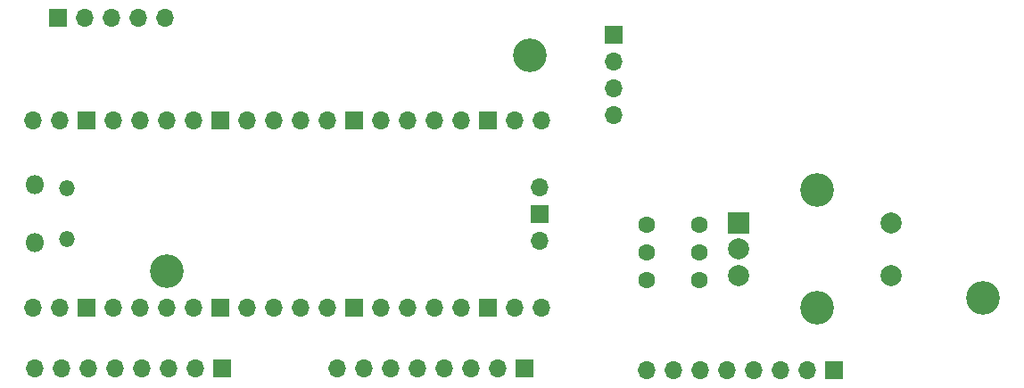
<source format=gbr>
%TF.GenerationSoftware,KiCad,Pcbnew,(6.0.5)*%
%TF.CreationDate,2022-09-02T14:56:30+01:00*%
%TF.ProjectId,PicoDualMIDICarrier,5069636f-4475-4616-9c4d-494449436172,rev?*%
%TF.SameCoordinates,Original*%
%TF.FileFunction,Soldermask,Bot*%
%TF.FilePolarity,Negative*%
%FSLAX46Y46*%
G04 Gerber Fmt 4.6, Leading zero omitted, Abs format (unit mm)*
G04 Created by KiCad (PCBNEW (6.0.5)) date 2022-09-02 14:56:30*
%MOMM*%
%LPD*%
G01*
G04 APERTURE LIST*
%ADD10R,1.700000X1.700000*%
%ADD11O,1.700000X1.700000*%
%ADD12C,3.200000*%
%ADD13O,1.800000X1.800000*%
%ADD14O,1.500000X1.500000*%
%ADD15R,2.000000X2.000000*%
%ADD16C,2.000000*%
%ADD17C,1.600000*%
G04 APERTURE END LIST*
D10*
%TO.C,J5*%
X104210000Y-101920000D03*
D11*
X106750000Y-101920000D03*
X109290000Y-101920000D03*
X111830000Y-101920000D03*
X114370000Y-101920000D03*
%TD*%
D12*
%TO.C,H3*%
X192000000Y-128500000D03*
%TD*%
%TO.C,H2*%
X149000000Y-105500000D03*
%TD*%
%TO.C,H1*%
X114500000Y-126000000D03*
%TD*%
D13*
%TO.C,U1*%
X101965000Y-117815000D03*
X101965000Y-123265000D03*
D14*
X104995000Y-122965000D03*
X104995000Y-118115000D03*
D11*
X101835000Y-129430000D03*
X104375000Y-129430000D03*
D10*
X106915000Y-129430000D03*
D11*
X109455000Y-129430000D03*
X111995000Y-129430000D03*
X114535000Y-129430000D03*
X117075000Y-129430000D03*
D10*
X119615000Y-129430000D03*
D11*
X122155000Y-129430000D03*
X124695000Y-129430000D03*
X127235000Y-129430000D03*
X129775000Y-129430000D03*
D10*
X132315000Y-129430000D03*
D11*
X134855000Y-129430000D03*
X137395000Y-129430000D03*
X139935000Y-129430000D03*
X142475000Y-129430000D03*
D10*
X145015000Y-129430000D03*
D11*
X147555000Y-129430000D03*
X150095000Y-129430000D03*
X150095000Y-111650000D03*
X147555000Y-111650000D03*
D10*
X145015000Y-111650000D03*
D11*
X142475000Y-111650000D03*
X139935000Y-111650000D03*
X137395000Y-111650000D03*
X134855000Y-111650000D03*
D10*
X132315000Y-111650000D03*
D11*
X129775000Y-111650000D03*
X127235000Y-111650000D03*
X124695000Y-111650000D03*
X122155000Y-111650000D03*
D10*
X119615000Y-111650000D03*
D11*
X117075000Y-111650000D03*
X114535000Y-111650000D03*
X111995000Y-111650000D03*
X109455000Y-111650000D03*
D10*
X106915000Y-111650000D03*
D11*
X104375000Y-111650000D03*
X101835000Y-111650000D03*
X149865000Y-123080000D03*
D10*
X149865000Y-120540000D03*
D11*
X149865000Y-118000000D03*
%TD*%
D15*
%TO.C,SW1*%
X168740000Y-121380000D03*
D16*
X168740000Y-126380000D03*
X168740000Y-123880000D03*
D12*
X176240000Y-118280000D03*
X176240000Y-129480000D03*
D16*
X183240000Y-126380000D03*
X183240000Y-121380000D03*
%TD*%
D10*
%TO.C,J4*%
X156925000Y-103570000D03*
D11*
X156925000Y-106110000D03*
X156925000Y-108650000D03*
X156925000Y-111190000D03*
%TD*%
D10*
%TO.C,J3*%
X177800000Y-135350000D03*
D11*
X175260000Y-135350000D03*
X172720000Y-135350000D03*
X170180000Y-135350000D03*
X167640000Y-135350000D03*
X165100000Y-135350000D03*
X162560000Y-135350000D03*
X160020000Y-135350000D03*
%TD*%
D10*
%TO.C,J2*%
X148435000Y-135250000D03*
D11*
X145895000Y-135250000D03*
X143355000Y-135250000D03*
X140815000Y-135250000D03*
X138275000Y-135250000D03*
X135735000Y-135250000D03*
X133195000Y-135250000D03*
X130655000Y-135250000D03*
%TD*%
D10*
%TO.C,J1*%
X119710000Y-135230000D03*
D11*
X117170000Y-135230000D03*
X114630000Y-135230000D03*
X112090000Y-135230000D03*
X109550000Y-135230000D03*
X107010000Y-135230000D03*
X104470000Y-135230000D03*
X101930000Y-135230000D03*
%TD*%
D17*
%TO.C,C3*%
X165040000Y-126830000D03*
X160040000Y-126830000D03*
%TD*%
%TO.C,C2*%
X165040000Y-124240000D03*
X160040000Y-124240000D03*
%TD*%
%TO.C,C1*%
X165050000Y-121600000D03*
X160050000Y-121600000D03*
%TD*%
M02*

</source>
